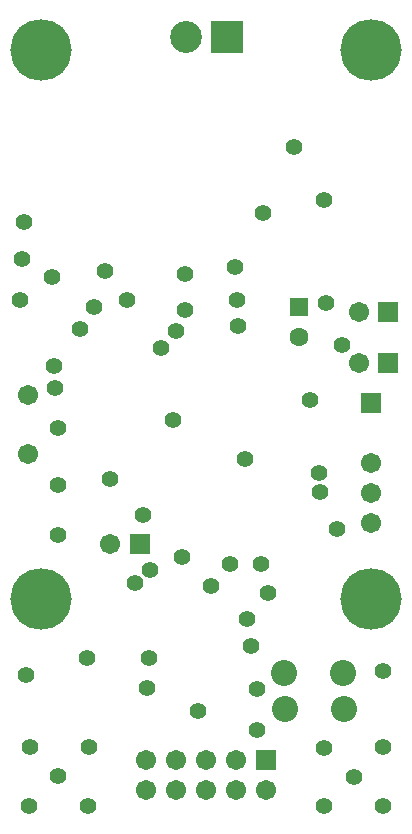
<source format=gbs>
%FSLAX43Y43*%
%MOMM*%
G71*
G01*
G75*
%ADD10C,0.100*%
%ADD11R,1.800X1.600*%
%ADD12R,1.600X1.800*%
%ADD13O,1.000X2.000*%
%ADD14R,0.600X1.700*%
%ADD15R,0.600X2.150*%
%ADD16R,0.600X2.150*%
%ADD17R,1.450X0.550*%
%ADD18R,1.000X2.000*%
%ADD19R,1.450X0.550*%
%ADD20C,0.500*%
%ADD21C,1.000*%
%ADD22C,1.500*%
%ADD23R,1.500X1.500*%
%ADD24C,1.400*%
%ADD25C,2.000*%
%ADD26C,5.000*%
%ADD27R,1.400X1.400*%
%ADD28C,2.500*%
%ADD29R,2.500X2.500*%
%ADD30C,1.200*%
%ADD31C,0.300*%
%ADD32R,2.003X1.803*%
%ADD33R,1.803X2.003*%
%ADD34O,1.203X2.203*%
%ADD35R,0.803X1.903*%
%ADD36R,0.803X2.353*%
%ADD37R,0.803X2.353*%
%ADD38R,1.653X0.753*%
%ADD39R,1.203X2.203*%
%ADD40R,1.653X0.753*%
%ADD41C,1.703*%
%ADD42R,1.703X1.703*%
%ADD43C,1.603*%
%ADD44C,2.203*%
%ADD45C,5.203*%
%ADD46R,1.603X1.603*%
%ADD47C,2.703*%
%ADD48R,2.703X2.703*%
%ADD49C,1.403*%
D41*
X30434Y44299D02*
D03*
X30434Y39999D02*
D03*
X2418Y32310D02*
D03*
X2418Y37310D02*
D03*
X31487Y31504D02*
D03*
Y28964D02*
D03*
Y26424D02*
D03*
X17526Y3810D02*
D03*
X17526Y6350D02*
D03*
X20066Y3810D02*
D03*
Y6350D02*
D03*
X9398Y24638D02*
D03*
X22606Y3810D02*
D03*
X14986Y6350D02*
D03*
Y3810D02*
D03*
X12446Y6350D02*
D03*
Y3810D02*
D03*
D42*
X32934Y39999D02*
D03*
Y44299D02*
D03*
X31487Y36584D02*
D03*
X11938Y24638D02*
D03*
X22606Y6350D02*
D03*
D43*
X25392Y42193D02*
D03*
D44*
X24210Y10668D02*
D03*
X29130Y13716D02*
D03*
X29210Y10668D02*
D03*
X24130Y13716D02*
D03*
D45*
X3500Y66500D02*
D03*
X31500D02*
D03*
X3500Y20000D02*
D03*
X31500D02*
D03*
D46*
X25392Y44693D02*
D03*
D47*
X15804Y67564D02*
D03*
D48*
X19304D02*
D03*
D49*
X9000Y47800D02*
D03*
X9400Y30200D02*
D03*
X2100Y51900D02*
D03*
X15500Y23600D02*
D03*
X22200Y23000D02*
D03*
X20200Y43100D02*
D03*
X26300Y36900D02*
D03*
X11489Y21389D02*
D03*
X17900Y21100D02*
D03*
X21000Y18300D02*
D03*
X27200Y29100D02*
D03*
X19500Y23000D02*
D03*
X27100Y30700D02*
D03*
X16800Y10500D02*
D03*
X15000Y42700D02*
D03*
X13700Y41300D02*
D03*
X22300Y52700D02*
D03*
X12500Y12500D02*
D03*
X27500Y53800D02*
D03*
X25000Y58300D02*
D03*
X8000Y44700D02*
D03*
X4700Y37900D02*
D03*
X4600Y39700D02*
D03*
X6800Y42900D02*
D03*
X4500Y47300D02*
D03*
X14700Y35172D02*
D03*
X20800Y31900D02*
D03*
X12800Y22500D02*
D03*
X1900Y48800D02*
D03*
X1800Y45300D02*
D03*
X5000Y34500D02*
D03*
X5000Y29700D02*
D03*
Y25400D02*
D03*
X12200Y27100D02*
D03*
X15700Y47500D02*
D03*
Y44500D02*
D03*
X20000Y48100D02*
D03*
X20100Y45300D02*
D03*
X27700Y45100D02*
D03*
X29000Y41500D02*
D03*
X28600Y25900D02*
D03*
X22800Y20500D02*
D03*
X21300Y16000D02*
D03*
X32500Y13900D02*
D03*
X27500Y7400D02*
D03*
X32500Y7500D02*
D03*
X27500Y2500D02*
D03*
X32500D02*
D03*
X30000Y4900D02*
D03*
X7600Y7500D02*
D03*
X7500Y2500D02*
D03*
X2600Y7500D02*
D03*
X2500Y2500D02*
D03*
X5000Y5000D02*
D03*
X21800Y12400D02*
D03*
Y8900D02*
D03*
X12700Y15000D02*
D03*
X7400Y15000D02*
D03*
X2300Y13600D02*
D03*
X10800Y45300D02*
D03*
M02*

</source>
